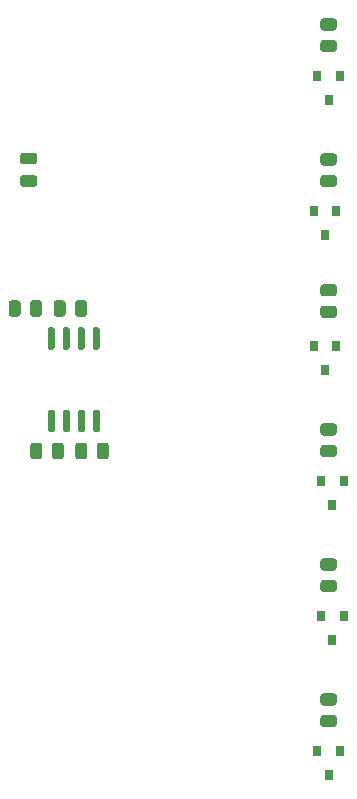
<source format=gbr>
%TF.GenerationSoftware,KiCad,Pcbnew,(5.1.10)-1*%
%TF.CreationDate,2021-08-17T16:01:40+03:00*%
%TF.ProjectId,Lamls_Type3,4c616d6c-735f-4547-9970-65332e6b6963,rev?*%
%TF.SameCoordinates,Original*%
%TF.FileFunction,Paste,Bot*%
%TF.FilePolarity,Positive*%
%FSLAX46Y46*%
G04 Gerber Fmt 4.6, Leading zero omitted, Abs format (unit mm)*
G04 Created by KiCad (PCBNEW (5.1.10)-1) date 2021-08-17 16:01:40*
%MOMM*%
%LPD*%
G01*
G04 APERTURE LIST*
%ADD10R,0.800000X0.900000*%
G04 APERTURE END LIST*
%TO.C,U1*%
G36*
G01*
X154455000Y-90470000D02*
X154155000Y-90470000D01*
G75*
G02*
X154005000Y-90320000I0J150000D01*
G01*
X154005000Y-88720000D01*
G75*
G02*
X154155000Y-88570000I150000J0D01*
G01*
X154455000Y-88570000D01*
G75*
G02*
X154605000Y-88720000I0J-150000D01*
G01*
X154605000Y-90320000D01*
G75*
G02*
X154455000Y-90470000I-150000J0D01*
G01*
G37*
G36*
G01*
X153185000Y-90470000D02*
X152885000Y-90470000D01*
G75*
G02*
X152735000Y-90320000I0J150000D01*
G01*
X152735000Y-88720000D01*
G75*
G02*
X152885000Y-88570000I150000J0D01*
G01*
X153185000Y-88570000D01*
G75*
G02*
X153335000Y-88720000I0J-150000D01*
G01*
X153335000Y-90320000D01*
G75*
G02*
X153185000Y-90470000I-150000J0D01*
G01*
G37*
G36*
G01*
X151915000Y-90470000D02*
X151615000Y-90470000D01*
G75*
G02*
X151465000Y-90320000I0J150000D01*
G01*
X151465000Y-88720000D01*
G75*
G02*
X151615000Y-88570000I150000J0D01*
G01*
X151915000Y-88570000D01*
G75*
G02*
X152065000Y-88720000I0J-150000D01*
G01*
X152065000Y-90320000D01*
G75*
G02*
X151915000Y-90470000I-150000J0D01*
G01*
G37*
G36*
G01*
X150645000Y-90470000D02*
X150345000Y-90470000D01*
G75*
G02*
X150195000Y-90320000I0J150000D01*
G01*
X150195000Y-88720000D01*
G75*
G02*
X150345000Y-88570000I150000J0D01*
G01*
X150645000Y-88570000D01*
G75*
G02*
X150795000Y-88720000I0J-150000D01*
G01*
X150795000Y-90320000D01*
G75*
G02*
X150645000Y-90470000I-150000J0D01*
G01*
G37*
G36*
G01*
X150645000Y-97470000D02*
X150345000Y-97470000D01*
G75*
G02*
X150195000Y-97320000I0J150000D01*
G01*
X150195000Y-95720000D01*
G75*
G02*
X150345000Y-95570000I150000J0D01*
G01*
X150645000Y-95570000D01*
G75*
G02*
X150795000Y-95720000I0J-150000D01*
G01*
X150795000Y-97320000D01*
G75*
G02*
X150645000Y-97470000I-150000J0D01*
G01*
G37*
G36*
G01*
X151915000Y-97470000D02*
X151615000Y-97470000D01*
G75*
G02*
X151465000Y-97320000I0J150000D01*
G01*
X151465000Y-95720000D01*
G75*
G02*
X151615000Y-95570000I150000J0D01*
G01*
X151915000Y-95570000D01*
G75*
G02*
X152065000Y-95720000I0J-150000D01*
G01*
X152065000Y-97320000D01*
G75*
G02*
X151915000Y-97470000I-150000J0D01*
G01*
G37*
G36*
G01*
X153185000Y-97470000D02*
X152885000Y-97470000D01*
G75*
G02*
X152735000Y-97320000I0J150000D01*
G01*
X152735000Y-95720000D01*
G75*
G02*
X152885000Y-95570000I150000J0D01*
G01*
X153185000Y-95570000D01*
G75*
G02*
X153335000Y-95720000I0J-150000D01*
G01*
X153335000Y-97320000D01*
G75*
G02*
X153185000Y-97470000I-150000J0D01*
G01*
G37*
G36*
G01*
X154455000Y-97470000D02*
X154155000Y-97470000D01*
G75*
G02*
X154005000Y-97320000I0J150000D01*
G01*
X154005000Y-95720000D01*
G75*
G02*
X154155000Y-95570000I150000J0D01*
G01*
X154455000Y-95570000D01*
G75*
G02*
X154605000Y-95720000I0J-150000D01*
G01*
X154605000Y-97320000D01*
G75*
G02*
X154455000Y-97470000I-150000J0D01*
G01*
G37*
%TD*%
%TO.C,R10*%
G36*
G01*
X174440001Y-120607500D02*
X173539999Y-120607500D01*
G75*
G02*
X173290000Y-120357501I0J249999D01*
G01*
X173290000Y-119832499D01*
G75*
G02*
X173539999Y-119582500I249999J0D01*
G01*
X174440001Y-119582500D01*
G75*
G02*
X174690000Y-119832499I0J-249999D01*
G01*
X174690000Y-120357501D01*
G75*
G02*
X174440001Y-120607500I-249999J0D01*
G01*
G37*
G36*
G01*
X174440001Y-122432500D02*
X173539999Y-122432500D01*
G75*
G02*
X173290000Y-122182501I0J249999D01*
G01*
X173290000Y-121657499D01*
G75*
G02*
X173539999Y-121407500I249999J0D01*
G01*
X174440001Y-121407500D01*
G75*
G02*
X174690000Y-121657499I0J-249999D01*
G01*
X174690000Y-122182501D01*
G75*
G02*
X174440001Y-122432500I-249999J0D01*
G01*
G37*
%TD*%
%TO.C,R9*%
G36*
G01*
X174440001Y-109177500D02*
X173539999Y-109177500D01*
G75*
G02*
X173290000Y-108927501I0J249999D01*
G01*
X173290000Y-108402499D01*
G75*
G02*
X173539999Y-108152500I249999J0D01*
G01*
X174440001Y-108152500D01*
G75*
G02*
X174690000Y-108402499I0J-249999D01*
G01*
X174690000Y-108927501D01*
G75*
G02*
X174440001Y-109177500I-249999J0D01*
G01*
G37*
G36*
G01*
X174440001Y-111002500D02*
X173539999Y-111002500D01*
G75*
G02*
X173290000Y-110752501I0J249999D01*
G01*
X173290000Y-110227499D01*
G75*
G02*
X173539999Y-109977500I249999J0D01*
G01*
X174440001Y-109977500D01*
G75*
G02*
X174690000Y-110227499I0J-249999D01*
G01*
X174690000Y-110752501D01*
G75*
G02*
X174440001Y-111002500I-249999J0D01*
G01*
G37*
%TD*%
%TO.C,R8*%
G36*
G01*
X174440001Y-97747500D02*
X173539999Y-97747500D01*
G75*
G02*
X173290000Y-97497501I0J249999D01*
G01*
X173290000Y-96972499D01*
G75*
G02*
X173539999Y-96722500I249999J0D01*
G01*
X174440001Y-96722500D01*
G75*
G02*
X174690000Y-96972499I0J-249999D01*
G01*
X174690000Y-97497501D01*
G75*
G02*
X174440001Y-97747500I-249999J0D01*
G01*
G37*
G36*
G01*
X174440001Y-99572500D02*
X173539999Y-99572500D01*
G75*
G02*
X173290000Y-99322501I0J249999D01*
G01*
X173290000Y-98797499D01*
G75*
G02*
X173539999Y-98547500I249999J0D01*
G01*
X174440001Y-98547500D01*
G75*
G02*
X174690000Y-98797499I0J-249999D01*
G01*
X174690000Y-99322501D01*
G75*
G02*
X174440001Y-99572500I-249999J0D01*
G01*
G37*
%TD*%
%TO.C,R7*%
G36*
G01*
X174440001Y-85960000D02*
X173539999Y-85960000D01*
G75*
G02*
X173290000Y-85710001I0J249999D01*
G01*
X173290000Y-85184999D01*
G75*
G02*
X173539999Y-84935000I249999J0D01*
G01*
X174440001Y-84935000D01*
G75*
G02*
X174690000Y-85184999I0J-249999D01*
G01*
X174690000Y-85710001D01*
G75*
G02*
X174440001Y-85960000I-249999J0D01*
G01*
G37*
G36*
G01*
X174440001Y-87785000D02*
X173539999Y-87785000D01*
G75*
G02*
X173290000Y-87535001I0J249999D01*
G01*
X173290000Y-87009999D01*
G75*
G02*
X173539999Y-86760000I249999J0D01*
G01*
X174440001Y-86760000D01*
G75*
G02*
X174690000Y-87009999I0J-249999D01*
G01*
X174690000Y-87535001D01*
G75*
G02*
X174440001Y-87785000I-249999J0D01*
G01*
G37*
%TD*%
%TO.C,R6*%
G36*
G01*
X174440001Y-74887500D02*
X173539999Y-74887500D01*
G75*
G02*
X173290000Y-74637501I0J249999D01*
G01*
X173290000Y-74112499D01*
G75*
G02*
X173539999Y-73862500I249999J0D01*
G01*
X174440001Y-73862500D01*
G75*
G02*
X174690000Y-74112499I0J-249999D01*
G01*
X174690000Y-74637501D01*
G75*
G02*
X174440001Y-74887500I-249999J0D01*
G01*
G37*
G36*
G01*
X174440001Y-76712500D02*
X173539999Y-76712500D01*
G75*
G02*
X173290000Y-76462501I0J249999D01*
G01*
X173290000Y-75937499D01*
G75*
G02*
X173539999Y-75687500I249999J0D01*
G01*
X174440001Y-75687500D01*
G75*
G02*
X174690000Y-75937499I0J-249999D01*
G01*
X174690000Y-76462501D01*
G75*
G02*
X174440001Y-76712500I-249999J0D01*
G01*
G37*
%TD*%
%TO.C,R5*%
G36*
G01*
X174440001Y-63457500D02*
X173539999Y-63457500D01*
G75*
G02*
X173290000Y-63207501I0J249999D01*
G01*
X173290000Y-62682499D01*
G75*
G02*
X173539999Y-62432500I249999J0D01*
G01*
X174440001Y-62432500D01*
G75*
G02*
X174690000Y-62682499I0J-249999D01*
G01*
X174690000Y-63207501D01*
G75*
G02*
X174440001Y-63457500I-249999J0D01*
G01*
G37*
G36*
G01*
X174440001Y-65282500D02*
X173539999Y-65282500D01*
G75*
G02*
X173290000Y-65032501I0J249999D01*
G01*
X173290000Y-64507499D01*
G75*
G02*
X173539999Y-64257500I249999J0D01*
G01*
X174440001Y-64257500D01*
G75*
G02*
X174690000Y-64507499I0J-249999D01*
G01*
X174690000Y-65032501D01*
G75*
G02*
X174440001Y-65282500I-249999J0D01*
G01*
G37*
%TD*%
%TO.C,R4*%
G36*
G01*
X152522500Y-87445001D02*
X152522500Y-86544999D01*
G75*
G02*
X152772499Y-86295000I249999J0D01*
G01*
X153297501Y-86295000D01*
G75*
G02*
X153547500Y-86544999I0J-249999D01*
G01*
X153547500Y-87445001D01*
G75*
G02*
X153297501Y-87695000I-249999J0D01*
G01*
X152772499Y-87695000D01*
G75*
G02*
X152522500Y-87445001I0J249999D01*
G01*
G37*
G36*
G01*
X150697500Y-87445001D02*
X150697500Y-86544999D01*
G75*
G02*
X150947499Y-86295000I249999J0D01*
G01*
X151472501Y-86295000D01*
G75*
G02*
X151722500Y-86544999I0J-249999D01*
G01*
X151722500Y-87445001D01*
G75*
G02*
X151472501Y-87695000I-249999J0D01*
G01*
X150947499Y-87695000D01*
G75*
G02*
X150697500Y-87445001I0J249999D01*
G01*
G37*
%TD*%
%TO.C,R3*%
G36*
G01*
X154347500Y-99510001D02*
X154347500Y-98609999D01*
G75*
G02*
X154597499Y-98360000I249999J0D01*
G01*
X155122501Y-98360000D01*
G75*
G02*
X155372500Y-98609999I0J-249999D01*
G01*
X155372500Y-99510001D01*
G75*
G02*
X155122501Y-99760000I-249999J0D01*
G01*
X154597499Y-99760000D01*
G75*
G02*
X154347500Y-99510001I0J249999D01*
G01*
G37*
G36*
G01*
X152522500Y-99510001D02*
X152522500Y-98609999D01*
G75*
G02*
X152772499Y-98360000I249999J0D01*
G01*
X153297501Y-98360000D01*
G75*
G02*
X153547500Y-98609999I0J-249999D01*
G01*
X153547500Y-99510001D01*
G75*
G02*
X153297501Y-99760000I-249999J0D01*
G01*
X152772499Y-99760000D01*
G75*
G02*
X152522500Y-99510001I0J249999D01*
G01*
G37*
%TD*%
%TO.C,R2*%
G36*
G01*
X147912500Y-86544999D02*
X147912500Y-87445001D01*
G75*
G02*
X147662501Y-87695000I-249999J0D01*
G01*
X147137499Y-87695000D01*
G75*
G02*
X146887500Y-87445001I0J249999D01*
G01*
X146887500Y-86544999D01*
G75*
G02*
X147137499Y-86295000I249999J0D01*
G01*
X147662501Y-86295000D01*
G75*
G02*
X147912500Y-86544999I0J-249999D01*
G01*
G37*
G36*
G01*
X149737500Y-86544999D02*
X149737500Y-87445001D01*
G75*
G02*
X149487501Y-87695000I-249999J0D01*
G01*
X148962499Y-87695000D01*
G75*
G02*
X148712500Y-87445001I0J249999D01*
G01*
X148712500Y-86544999D01*
G75*
G02*
X148962499Y-86295000I249999J0D01*
G01*
X149487501Y-86295000D01*
G75*
G02*
X149737500Y-86544999I0J-249999D01*
G01*
G37*
%TD*%
%TO.C,R1*%
G36*
G01*
X149737500Y-98609999D02*
X149737500Y-99510001D01*
G75*
G02*
X149487501Y-99760000I-249999J0D01*
G01*
X148962499Y-99760000D01*
G75*
G02*
X148712500Y-99510001I0J249999D01*
G01*
X148712500Y-98609999D01*
G75*
G02*
X148962499Y-98360000I249999J0D01*
G01*
X149487501Y-98360000D01*
G75*
G02*
X149737500Y-98609999I0J-249999D01*
G01*
G37*
G36*
G01*
X151562500Y-98609999D02*
X151562500Y-99510001D01*
G75*
G02*
X151312501Y-99760000I-249999J0D01*
G01*
X150787499Y-99760000D01*
G75*
G02*
X150537500Y-99510001I0J249999D01*
G01*
X150537500Y-98609999D01*
G75*
G02*
X150787499Y-98360000I249999J0D01*
G01*
X151312501Y-98360000D01*
G75*
G02*
X151562500Y-98609999I0J-249999D01*
G01*
G37*
%TD*%
D10*
%TO.C,Q6*%
X173990000Y-126460000D03*
X174940000Y-124460000D03*
X173040000Y-124460000D03*
%TD*%
%TO.C,Q5*%
X174310000Y-115030000D03*
X175260000Y-113030000D03*
X173360000Y-113030000D03*
%TD*%
%TO.C,Q4*%
X174310000Y-103600000D03*
X175260000Y-101600000D03*
X173360000Y-101600000D03*
%TD*%
%TO.C,Q3*%
X173670000Y-92170000D03*
X174620000Y-90170000D03*
X172720000Y-90170000D03*
%TD*%
%TO.C,Q2*%
X173670000Y-80740000D03*
X174620000Y-78740000D03*
X172720000Y-78740000D03*
%TD*%
%TO.C,Q1*%
X173990000Y-69310000D03*
X174940000Y-67310000D03*
X173040000Y-67310000D03*
%TD*%
%TO.C,C1*%
G36*
G01*
X149065000Y-76700000D02*
X148115000Y-76700000D01*
G75*
G02*
X147865000Y-76450000I0J250000D01*
G01*
X147865000Y-75950000D01*
G75*
G02*
X148115000Y-75700000I250000J0D01*
G01*
X149065000Y-75700000D01*
G75*
G02*
X149315000Y-75950000I0J-250000D01*
G01*
X149315000Y-76450000D01*
G75*
G02*
X149065000Y-76700000I-250000J0D01*
G01*
G37*
G36*
G01*
X149065000Y-74800000D02*
X148115000Y-74800000D01*
G75*
G02*
X147865000Y-74550000I0J250000D01*
G01*
X147865000Y-74050000D01*
G75*
G02*
X148115000Y-73800000I250000J0D01*
G01*
X149065000Y-73800000D01*
G75*
G02*
X149315000Y-74050000I0J-250000D01*
G01*
X149315000Y-74550000D01*
G75*
G02*
X149065000Y-74800000I-250000J0D01*
G01*
G37*
%TD*%
M02*

</source>
